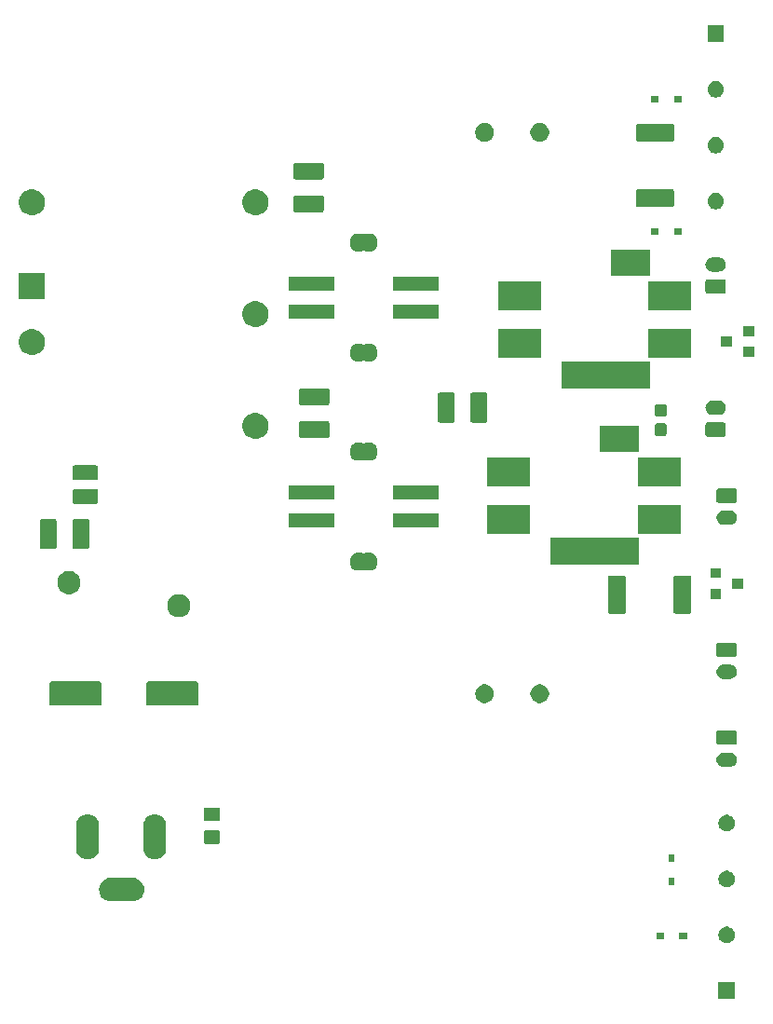
<source format=gts>
G04 #@! TF.GenerationSoftware,KiCad,Pcbnew,(5.1.5-0)*
G04 #@! TF.CreationDate,2021-01-10T16:54:22-07:00*
G04 #@! TF.ProjectId,power_cui,706f7765-725f-4637-9569-2e6b69636164,rev?*
G04 #@! TF.SameCoordinates,Original*
G04 #@! TF.FileFunction,Soldermask,Top*
G04 #@! TF.FilePolarity,Negative*
%FSLAX46Y46*%
G04 Gerber Fmt 4.6, Leading zero omitted, Abs format (unit mm)*
G04 Created by KiCad (PCBNEW (5.1.5-0)) date 2021-01-10 16:54:22*
%MOMM*%
%LPD*%
G04 APERTURE LIST*
%ADD10C,0.100000*%
G04 APERTURE END LIST*
D10*
G36*
X152751000Y-143751000D02*
G01*
X151249000Y-143751000D01*
X151249000Y-142249000D01*
X152751000Y-142249000D01*
X152751000Y-143751000D01*
G37*
G36*
X152219059Y-137197860D02*
G01*
X152355732Y-137254472D01*
X152478735Y-137336660D01*
X152583340Y-137441265D01*
X152665528Y-137564268D01*
X152722140Y-137700941D01*
X152751000Y-137846033D01*
X152751000Y-137993967D01*
X152722140Y-138139059D01*
X152665528Y-138275732D01*
X152583340Y-138398735D01*
X152478735Y-138503340D01*
X152355732Y-138585528D01*
X152355731Y-138585529D01*
X152355730Y-138585529D01*
X152219059Y-138642140D01*
X152073968Y-138671000D01*
X151926032Y-138671000D01*
X151780941Y-138642140D01*
X151644270Y-138585529D01*
X151644269Y-138585529D01*
X151644268Y-138585528D01*
X151521265Y-138503340D01*
X151416660Y-138398735D01*
X151334472Y-138275732D01*
X151277860Y-138139059D01*
X151249000Y-137993967D01*
X151249000Y-137846033D01*
X151277860Y-137700941D01*
X151334472Y-137564268D01*
X151416660Y-137441265D01*
X151521265Y-137336660D01*
X151644268Y-137254472D01*
X151780941Y-137197860D01*
X151926032Y-137169000D01*
X152073968Y-137169000D01*
X152219059Y-137197860D01*
G37*
G36*
X148401000Y-138276000D02*
G01*
X147699000Y-138276000D01*
X147699000Y-137724000D01*
X148401000Y-137724000D01*
X148401000Y-138276000D01*
G37*
G36*
X146301000Y-138276000D02*
G01*
X145599000Y-138276000D01*
X145599000Y-137724000D01*
X146301000Y-137724000D01*
X146301000Y-138276000D01*
G37*
G36*
X98103097Y-132754069D02*
G01*
X98206032Y-132764207D01*
X98404146Y-132824305D01*
X98404149Y-132824306D01*
X98500975Y-132876061D01*
X98586729Y-132921897D01*
X98746765Y-133053235D01*
X98878103Y-133213271D01*
X98923939Y-133299025D01*
X98975694Y-133395851D01*
X98975695Y-133395854D01*
X99035793Y-133593968D01*
X99056085Y-133800000D01*
X99035793Y-134006032D01*
X98975695Y-134204146D01*
X98975694Y-134204149D01*
X98923939Y-134300975D01*
X98878103Y-134386729D01*
X98746765Y-134546765D01*
X98586729Y-134678103D01*
X98500975Y-134723939D01*
X98404149Y-134775694D01*
X98404146Y-134775695D01*
X98206032Y-134835793D01*
X98103097Y-134845931D01*
X98051631Y-134851000D01*
X95948369Y-134851000D01*
X95896903Y-134845931D01*
X95793968Y-134835793D01*
X95595854Y-134775695D01*
X95595851Y-134775694D01*
X95499025Y-134723939D01*
X95413271Y-134678103D01*
X95253235Y-134546765D01*
X95121897Y-134386729D01*
X95076061Y-134300975D01*
X95024306Y-134204149D01*
X95024305Y-134204146D01*
X94964207Y-134006032D01*
X94943915Y-133800000D01*
X94964207Y-133593968D01*
X95024305Y-133395854D01*
X95024306Y-133395851D01*
X95076061Y-133299025D01*
X95121897Y-133213271D01*
X95253235Y-133053235D01*
X95413271Y-132921897D01*
X95499025Y-132876061D01*
X95595851Y-132824306D01*
X95595854Y-132824305D01*
X95793968Y-132764207D01*
X95896903Y-132754069D01*
X95948369Y-132749000D01*
X98051631Y-132749000D01*
X98103097Y-132754069D01*
G37*
G36*
X152219059Y-132117860D02*
G01*
X152355732Y-132174472D01*
X152478735Y-132256660D01*
X152583340Y-132361265D01*
X152665528Y-132484268D01*
X152722140Y-132620941D01*
X152751000Y-132766033D01*
X152751000Y-132913967D01*
X152722140Y-133059059D01*
X152665528Y-133195732D01*
X152583340Y-133318735D01*
X152478735Y-133423340D01*
X152355732Y-133505528D01*
X152355731Y-133505529D01*
X152355730Y-133505529D01*
X152219059Y-133562140D01*
X152073968Y-133591000D01*
X151926032Y-133591000D01*
X151780941Y-133562140D01*
X151644270Y-133505529D01*
X151644269Y-133505529D01*
X151644268Y-133505528D01*
X151521265Y-133423340D01*
X151416660Y-133318735D01*
X151334472Y-133195732D01*
X151277860Y-133059059D01*
X151249000Y-132913967D01*
X151249000Y-132766033D01*
X151277860Y-132620941D01*
X151334472Y-132484268D01*
X151416660Y-132361265D01*
X151521265Y-132256660D01*
X151644268Y-132174472D01*
X151780941Y-132117860D01*
X151926032Y-132089000D01*
X152073968Y-132089000D01*
X152219059Y-132117860D01*
G37*
G36*
X147276000Y-133401000D02*
G01*
X146724000Y-133401000D01*
X146724000Y-132699000D01*
X147276000Y-132699000D01*
X147276000Y-133401000D01*
G37*
G36*
X147276000Y-131301000D02*
G01*
X146724000Y-131301000D01*
X146724000Y-130599000D01*
X147276000Y-130599000D01*
X147276000Y-131301000D01*
G37*
G36*
X94106032Y-126964207D02*
G01*
X94304146Y-127024305D01*
X94304149Y-127024306D01*
X94400975Y-127076061D01*
X94486729Y-127121897D01*
X94646765Y-127253235D01*
X94778103Y-127413271D01*
X94788639Y-127432983D01*
X94875694Y-127595851D01*
X94875695Y-127595854D01*
X94935793Y-127793968D01*
X94951000Y-127948370D01*
X94951000Y-130051630D01*
X94935793Y-130206032D01*
X94875695Y-130404145D01*
X94875694Y-130404149D01*
X94823939Y-130500975D01*
X94778103Y-130586729D01*
X94646765Y-130746765D01*
X94486729Y-130878103D01*
X94370030Y-130940479D01*
X94304148Y-130975694D01*
X94304145Y-130975695D01*
X94106031Y-131035793D01*
X93900000Y-131056085D01*
X93693968Y-131035793D01*
X93495854Y-130975695D01*
X93495851Y-130975694D01*
X93399025Y-130923939D01*
X93313271Y-130878103D01*
X93153235Y-130746765D01*
X93021897Y-130586729D01*
X92924307Y-130404149D01*
X92924306Y-130404148D01*
X92924305Y-130404145D01*
X92864207Y-130206031D01*
X92849000Y-130051629D01*
X92849001Y-127948370D01*
X92864208Y-127793968D01*
X92924306Y-127595854D01*
X92924307Y-127595851D01*
X93011362Y-127432983D01*
X93021898Y-127413271D01*
X93153236Y-127253235D01*
X93313272Y-127121897D01*
X93399026Y-127076061D01*
X93495852Y-127024306D01*
X93495855Y-127024305D01*
X93693969Y-126964207D01*
X93900000Y-126943915D01*
X94106032Y-126964207D01*
G37*
G36*
X100206032Y-126964207D02*
G01*
X100404146Y-127024305D01*
X100404149Y-127024306D01*
X100500975Y-127076061D01*
X100586729Y-127121897D01*
X100746765Y-127253235D01*
X100878103Y-127413271D01*
X100888639Y-127432983D01*
X100975694Y-127595851D01*
X100975695Y-127595854D01*
X101035793Y-127793968D01*
X101051000Y-127948370D01*
X101051000Y-130051630D01*
X101035793Y-130206032D01*
X100975695Y-130404145D01*
X100975694Y-130404149D01*
X100923939Y-130500975D01*
X100878103Y-130586729D01*
X100746765Y-130746765D01*
X100586729Y-130878103D01*
X100470030Y-130940479D01*
X100404148Y-130975694D01*
X100404145Y-130975695D01*
X100206031Y-131035793D01*
X100000000Y-131056085D01*
X99793968Y-131035793D01*
X99595854Y-130975695D01*
X99595851Y-130975694D01*
X99499025Y-130923939D01*
X99413271Y-130878103D01*
X99253235Y-130746765D01*
X99121897Y-130586729D01*
X99024307Y-130404149D01*
X99024306Y-130404148D01*
X99024305Y-130404145D01*
X98964207Y-130206031D01*
X98949000Y-130051629D01*
X98949001Y-127948370D01*
X98964208Y-127793968D01*
X99024306Y-127595854D01*
X99024307Y-127595851D01*
X99111362Y-127432983D01*
X99121898Y-127413271D01*
X99253236Y-127253235D01*
X99413272Y-127121897D01*
X99499026Y-127076061D01*
X99595852Y-127024306D01*
X99595855Y-127024305D01*
X99793969Y-126964207D01*
X100000000Y-126943915D01*
X100206032Y-126964207D01*
G37*
G36*
X105788674Y-128403465D02*
G01*
X105826367Y-128414899D01*
X105861103Y-128433466D01*
X105891548Y-128458452D01*
X105916534Y-128488897D01*
X105935101Y-128523633D01*
X105946535Y-128561326D01*
X105951000Y-128606661D01*
X105951000Y-129443339D01*
X105946535Y-129488674D01*
X105935101Y-129526367D01*
X105916534Y-129561103D01*
X105891548Y-129591548D01*
X105861103Y-129616534D01*
X105826367Y-129635101D01*
X105788674Y-129646535D01*
X105743339Y-129651000D01*
X104656661Y-129651000D01*
X104611326Y-129646535D01*
X104573633Y-129635101D01*
X104538897Y-129616534D01*
X104508452Y-129591548D01*
X104483466Y-129561103D01*
X104464899Y-129526367D01*
X104453465Y-129488674D01*
X104449000Y-129443339D01*
X104449000Y-128606661D01*
X104453465Y-128561326D01*
X104464899Y-128523633D01*
X104483466Y-128488897D01*
X104508452Y-128458452D01*
X104538897Y-128433466D01*
X104573633Y-128414899D01*
X104611326Y-128403465D01*
X104656661Y-128399000D01*
X105743339Y-128399000D01*
X105788674Y-128403465D01*
G37*
G36*
X152219059Y-127037860D02*
G01*
X152355732Y-127094472D01*
X152478735Y-127176660D01*
X152583340Y-127281265D01*
X152583341Y-127281267D01*
X152665529Y-127404270D01*
X152722140Y-127540941D01*
X152751000Y-127686032D01*
X152751000Y-127833968D01*
X152728244Y-127948370D01*
X152722140Y-127979059D01*
X152665528Y-128115732D01*
X152583340Y-128238735D01*
X152478735Y-128343340D01*
X152355732Y-128425528D01*
X152355731Y-128425529D01*
X152355730Y-128425529D01*
X152219059Y-128482140D01*
X152073968Y-128511000D01*
X151926032Y-128511000D01*
X151780941Y-128482140D01*
X151644270Y-128425529D01*
X151644269Y-128425529D01*
X151644268Y-128425528D01*
X151521265Y-128343340D01*
X151416660Y-128238735D01*
X151334472Y-128115732D01*
X151277860Y-127979059D01*
X151271756Y-127948370D01*
X151249000Y-127833968D01*
X151249000Y-127686032D01*
X151277860Y-127540941D01*
X151334471Y-127404270D01*
X151416659Y-127281267D01*
X151416660Y-127281265D01*
X151521265Y-127176660D01*
X151644268Y-127094472D01*
X151780941Y-127037860D01*
X151926032Y-127009000D01*
X152073968Y-127009000D01*
X152219059Y-127037860D01*
G37*
G36*
X105788674Y-126353465D02*
G01*
X105826367Y-126364899D01*
X105861103Y-126383466D01*
X105891548Y-126408452D01*
X105916534Y-126438897D01*
X105935101Y-126473633D01*
X105946535Y-126511326D01*
X105951000Y-126556661D01*
X105951000Y-127393339D01*
X105946535Y-127438674D01*
X105935101Y-127476367D01*
X105916534Y-127511103D01*
X105891548Y-127541548D01*
X105861103Y-127566534D01*
X105826367Y-127585101D01*
X105788674Y-127596535D01*
X105743339Y-127601000D01*
X104656661Y-127601000D01*
X104611326Y-127596535D01*
X104573633Y-127585101D01*
X104538897Y-127566534D01*
X104508452Y-127541548D01*
X104483466Y-127511103D01*
X104464899Y-127476367D01*
X104453465Y-127438674D01*
X104449000Y-127393339D01*
X104449000Y-126556661D01*
X104453465Y-126511326D01*
X104464899Y-126473633D01*
X104483466Y-126438897D01*
X104508452Y-126408452D01*
X104538897Y-126383466D01*
X104573633Y-126364899D01*
X104611326Y-126353465D01*
X104656661Y-126349000D01*
X105743339Y-126349000D01*
X105788674Y-126353465D01*
G37*
G36*
X152338855Y-121352140D02*
G01*
X152402618Y-121358420D01*
X152493404Y-121385960D01*
X152525336Y-121395646D01*
X152638425Y-121456094D01*
X152737554Y-121537446D01*
X152818906Y-121636575D01*
X152879354Y-121749664D01*
X152879355Y-121749668D01*
X152916580Y-121872382D01*
X152929149Y-122000000D01*
X152916580Y-122127618D01*
X152889040Y-122218404D01*
X152879354Y-122250336D01*
X152818906Y-122363425D01*
X152737554Y-122462554D01*
X152638425Y-122543906D01*
X152525336Y-122604354D01*
X152493404Y-122614040D01*
X152402618Y-122641580D01*
X152338855Y-122647860D01*
X152306974Y-122651000D01*
X151693026Y-122651000D01*
X151661145Y-122647860D01*
X151597382Y-122641580D01*
X151506596Y-122614040D01*
X151474664Y-122604354D01*
X151361575Y-122543906D01*
X151262446Y-122462554D01*
X151181094Y-122363425D01*
X151120646Y-122250336D01*
X151110960Y-122218404D01*
X151083420Y-122127618D01*
X151070851Y-122000000D01*
X151083420Y-121872382D01*
X151120645Y-121749668D01*
X151120646Y-121749664D01*
X151181094Y-121636575D01*
X151262446Y-121537446D01*
X151361575Y-121456094D01*
X151474664Y-121395646D01*
X151506596Y-121385960D01*
X151597382Y-121358420D01*
X151661145Y-121352140D01*
X151693026Y-121349000D01*
X152306974Y-121349000D01*
X152338855Y-121352140D01*
G37*
G36*
X152766242Y-119353404D02*
G01*
X152803337Y-119364657D01*
X152837515Y-119382925D01*
X152867481Y-119407519D01*
X152892075Y-119437485D01*
X152910343Y-119471663D01*
X152921596Y-119508758D01*
X152926000Y-119553474D01*
X152926000Y-120446526D01*
X152921596Y-120491242D01*
X152910343Y-120528337D01*
X152892075Y-120562515D01*
X152867481Y-120592481D01*
X152837515Y-120617075D01*
X152803337Y-120635343D01*
X152766242Y-120646596D01*
X152721526Y-120651000D01*
X151278474Y-120651000D01*
X151233758Y-120646596D01*
X151196663Y-120635343D01*
X151162485Y-120617075D01*
X151132519Y-120592481D01*
X151107925Y-120562515D01*
X151089657Y-120528337D01*
X151078404Y-120491242D01*
X151074000Y-120446526D01*
X151074000Y-119553474D01*
X151078404Y-119508758D01*
X151089657Y-119471663D01*
X151107925Y-119437485D01*
X151132519Y-119407519D01*
X151162485Y-119382925D01*
X151196663Y-119364657D01*
X151233758Y-119353404D01*
X151278474Y-119349000D01*
X152721526Y-119349000D01*
X152766242Y-119353404D01*
G37*
G36*
X103816536Y-114902800D02*
G01*
X103847738Y-114912265D01*
X103876486Y-114927631D01*
X103901687Y-114948313D01*
X103922369Y-114973514D01*
X103937735Y-115002262D01*
X103947200Y-115033464D01*
X103951000Y-115072046D01*
X103951000Y-116927954D01*
X103947200Y-116966536D01*
X103937735Y-116997738D01*
X103922369Y-117026486D01*
X103901687Y-117051687D01*
X103876486Y-117072369D01*
X103847738Y-117087735D01*
X103816536Y-117097200D01*
X103777954Y-117101000D01*
X99422046Y-117101000D01*
X99383464Y-117097200D01*
X99352262Y-117087735D01*
X99323514Y-117072369D01*
X99298313Y-117051687D01*
X99277631Y-117026486D01*
X99262265Y-116997738D01*
X99252800Y-116966536D01*
X99249000Y-116927954D01*
X99249000Y-115072046D01*
X99252800Y-115033464D01*
X99262265Y-115002262D01*
X99277631Y-114973514D01*
X99298313Y-114948313D01*
X99323514Y-114927631D01*
X99352262Y-114912265D01*
X99383464Y-114902800D01*
X99422046Y-114899000D01*
X103777954Y-114899000D01*
X103816536Y-114902800D01*
G37*
G36*
X95016536Y-114902800D02*
G01*
X95047738Y-114912265D01*
X95076486Y-114927631D01*
X95101687Y-114948313D01*
X95122369Y-114973514D01*
X95137735Y-115002262D01*
X95147200Y-115033464D01*
X95151000Y-115072046D01*
X95151000Y-116927954D01*
X95147200Y-116966536D01*
X95137735Y-116997738D01*
X95122369Y-117026486D01*
X95101687Y-117051687D01*
X95076486Y-117072369D01*
X95047738Y-117087735D01*
X95016536Y-117097200D01*
X94977954Y-117101000D01*
X90622046Y-117101000D01*
X90583464Y-117097200D01*
X90552262Y-117087735D01*
X90523514Y-117072369D01*
X90498313Y-117051687D01*
X90477631Y-117026486D01*
X90462265Y-116997738D01*
X90452800Y-116966536D01*
X90449000Y-116927954D01*
X90449000Y-115072046D01*
X90452800Y-115033464D01*
X90462265Y-115002262D01*
X90477631Y-114973514D01*
X90498313Y-114948313D01*
X90523514Y-114927631D01*
X90552262Y-114912265D01*
X90583464Y-114902800D01*
X90622046Y-114899000D01*
X94977954Y-114899000D01*
X95016536Y-114902800D01*
G37*
G36*
X130248228Y-115181703D02*
G01*
X130403100Y-115245853D01*
X130542481Y-115338985D01*
X130661015Y-115457519D01*
X130754147Y-115596900D01*
X130818297Y-115751772D01*
X130851000Y-115916184D01*
X130851000Y-116083816D01*
X130818297Y-116248228D01*
X130754147Y-116403100D01*
X130661015Y-116542481D01*
X130542481Y-116661015D01*
X130403100Y-116754147D01*
X130248228Y-116818297D01*
X130083816Y-116851000D01*
X129916184Y-116851000D01*
X129751772Y-116818297D01*
X129596900Y-116754147D01*
X129457519Y-116661015D01*
X129338985Y-116542481D01*
X129245853Y-116403100D01*
X129181703Y-116248228D01*
X129149000Y-116083816D01*
X129149000Y-115916184D01*
X129181703Y-115751772D01*
X129245853Y-115596900D01*
X129338985Y-115457519D01*
X129457519Y-115338985D01*
X129596900Y-115245853D01*
X129751772Y-115181703D01*
X129916184Y-115149000D01*
X130083816Y-115149000D01*
X130248228Y-115181703D01*
G37*
G36*
X135248228Y-115181703D02*
G01*
X135403100Y-115245853D01*
X135542481Y-115338985D01*
X135661015Y-115457519D01*
X135754147Y-115596900D01*
X135818297Y-115751772D01*
X135851000Y-115916184D01*
X135851000Y-116083816D01*
X135818297Y-116248228D01*
X135754147Y-116403100D01*
X135661015Y-116542481D01*
X135542481Y-116661015D01*
X135403100Y-116754147D01*
X135248228Y-116818297D01*
X135083816Y-116851000D01*
X134916184Y-116851000D01*
X134751772Y-116818297D01*
X134596900Y-116754147D01*
X134457519Y-116661015D01*
X134338985Y-116542481D01*
X134245853Y-116403100D01*
X134181703Y-116248228D01*
X134149000Y-116083816D01*
X134149000Y-115916184D01*
X134181703Y-115751772D01*
X134245853Y-115596900D01*
X134338985Y-115457519D01*
X134457519Y-115338985D01*
X134596900Y-115245853D01*
X134751772Y-115181703D01*
X134916184Y-115149000D01*
X135083816Y-115149000D01*
X135248228Y-115181703D01*
G37*
G36*
X152338855Y-113352140D02*
G01*
X152402618Y-113358420D01*
X152493404Y-113385960D01*
X152525336Y-113395646D01*
X152638425Y-113456094D01*
X152737554Y-113537446D01*
X152818906Y-113636575D01*
X152879354Y-113749664D01*
X152879355Y-113749668D01*
X152916580Y-113872382D01*
X152929149Y-114000000D01*
X152916580Y-114127618D01*
X152889040Y-114218404D01*
X152879354Y-114250336D01*
X152818906Y-114363425D01*
X152737554Y-114462554D01*
X152638425Y-114543906D01*
X152525336Y-114604354D01*
X152493404Y-114614040D01*
X152402618Y-114641580D01*
X152338855Y-114647860D01*
X152306974Y-114651000D01*
X151693026Y-114651000D01*
X151661145Y-114647860D01*
X151597382Y-114641580D01*
X151506596Y-114614040D01*
X151474664Y-114604354D01*
X151361575Y-114543906D01*
X151262446Y-114462554D01*
X151181094Y-114363425D01*
X151120646Y-114250336D01*
X151110960Y-114218404D01*
X151083420Y-114127618D01*
X151070851Y-114000000D01*
X151083420Y-113872382D01*
X151120645Y-113749668D01*
X151120646Y-113749664D01*
X151181094Y-113636575D01*
X151262446Y-113537446D01*
X151361575Y-113456094D01*
X151474664Y-113395646D01*
X151506596Y-113385960D01*
X151597382Y-113358420D01*
X151661145Y-113352140D01*
X151693026Y-113349000D01*
X152306974Y-113349000D01*
X152338855Y-113352140D01*
G37*
G36*
X152766242Y-111353404D02*
G01*
X152803337Y-111364657D01*
X152837515Y-111382925D01*
X152867481Y-111407519D01*
X152892075Y-111437485D01*
X152910343Y-111471663D01*
X152921596Y-111508758D01*
X152926000Y-111553474D01*
X152926000Y-112446526D01*
X152921596Y-112491242D01*
X152910343Y-112528337D01*
X152892075Y-112562515D01*
X152867481Y-112592481D01*
X152837515Y-112617075D01*
X152803337Y-112635343D01*
X152766242Y-112646596D01*
X152721526Y-112651000D01*
X151278474Y-112651000D01*
X151233758Y-112646596D01*
X151196663Y-112635343D01*
X151162485Y-112617075D01*
X151132519Y-112592481D01*
X151107925Y-112562515D01*
X151089657Y-112528337D01*
X151078404Y-112491242D01*
X151074000Y-112446526D01*
X151074000Y-111553474D01*
X151078404Y-111508758D01*
X151089657Y-111471663D01*
X151107925Y-111437485D01*
X151132519Y-111407519D01*
X151162485Y-111382925D01*
X151196663Y-111364657D01*
X151233758Y-111353404D01*
X151278474Y-111349000D01*
X152721526Y-111349000D01*
X152766242Y-111353404D01*
G37*
G36*
X102506564Y-106989389D02*
G01*
X102697833Y-107068615D01*
X102697835Y-107068616D01*
X102869973Y-107183635D01*
X103016365Y-107330027D01*
X103131385Y-107502167D01*
X103210611Y-107693436D01*
X103251000Y-107896484D01*
X103251000Y-108103516D01*
X103210611Y-108306564D01*
X103147354Y-108459280D01*
X103131384Y-108497835D01*
X103016365Y-108669973D01*
X102869973Y-108816365D01*
X102697835Y-108931384D01*
X102697834Y-108931385D01*
X102697833Y-108931385D01*
X102506564Y-109010611D01*
X102303516Y-109051000D01*
X102096484Y-109051000D01*
X101893436Y-109010611D01*
X101702167Y-108931385D01*
X101702166Y-108931385D01*
X101702165Y-108931384D01*
X101530027Y-108816365D01*
X101383635Y-108669973D01*
X101268616Y-108497835D01*
X101252646Y-108459280D01*
X101189389Y-108306564D01*
X101149000Y-108103516D01*
X101149000Y-107896484D01*
X101189389Y-107693436D01*
X101268615Y-107502167D01*
X101383635Y-107330027D01*
X101530027Y-107183635D01*
X101702165Y-107068616D01*
X101702167Y-107068615D01*
X101893436Y-106989389D01*
X102096484Y-106949000D01*
X102303516Y-106949000D01*
X102506564Y-106989389D01*
G37*
G36*
X148653820Y-105278103D02*
G01*
X148687985Y-105288467D01*
X148719464Y-105305293D01*
X148747060Y-105327940D01*
X148769707Y-105355536D01*
X148786533Y-105387015D01*
X148796897Y-105421180D01*
X148801000Y-105462842D01*
X148801000Y-108537158D01*
X148796897Y-108578820D01*
X148786533Y-108612985D01*
X148769707Y-108644464D01*
X148747060Y-108672060D01*
X148719464Y-108694707D01*
X148687985Y-108711533D01*
X148653820Y-108721897D01*
X148612158Y-108726000D01*
X147362842Y-108726000D01*
X147321180Y-108721897D01*
X147287015Y-108711533D01*
X147255536Y-108694707D01*
X147227940Y-108672060D01*
X147205293Y-108644464D01*
X147188467Y-108612985D01*
X147178103Y-108578820D01*
X147174000Y-108537158D01*
X147174000Y-105462842D01*
X147178103Y-105421180D01*
X147188467Y-105387015D01*
X147205293Y-105355536D01*
X147227940Y-105327940D01*
X147255536Y-105305293D01*
X147287015Y-105288467D01*
X147321180Y-105278103D01*
X147362842Y-105274000D01*
X148612158Y-105274000D01*
X148653820Y-105278103D01*
G37*
G36*
X142678820Y-105278103D02*
G01*
X142712985Y-105288467D01*
X142744464Y-105305293D01*
X142772060Y-105327940D01*
X142794707Y-105355536D01*
X142811533Y-105387015D01*
X142821897Y-105421180D01*
X142826000Y-105462842D01*
X142826000Y-108537158D01*
X142821897Y-108578820D01*
X142811533Y-108612985D01*
X142794707Y-108644464D01*
X142772060Y-108672060D01*
X142744464Y-108694707D01*
X142712985Y-108711533D01*
X142678820Y-108721897D01*
X142637158Y-108726000D01*
X141387842Y-108726000D01*
X141346180Y-108721897D01*
X141312015Y-108711533D01*
X141280536Y-108694707D01*
X141252940Y-108672060D01*
X141230293Y-108644464D01*
X141213467Y-108612985D01*
X141203103Y-108578820D01*
X141199000Y-108537158D01*
X141199000Y-105462842D01*
X141203103Y-105421180D01*
X141213467Y-105387015D01*
X141230293Y-105355536D01*
X141252940Y-105327940D01*
X141280536Y-105305293D01*
X141312015Y-105288467D01*
X141346180Y-105278103D01*
X141387842Y-105274000D01*
X142637158Y-105274000D01*
X142678820Y-105278103D01*
G37*
G36*
X151501000Y-107401000D02*
G01*
X150499000Y-107401000D01*
X150499000Y-106499000D01*
X151501000Y-106499000D01*
X151501000Y-107401000D01*
G37*
G36*
X92506564Y-104889389D02*
G01*
X92697833Y-104968615D01*
X92697835Y-104968616D01*
X92869973Y-105083635D01*
X93016365Y-105230027D01*
X93131385Y-105402167D01*
X93210611Y-105593436D01*
X93251000Y-105796484D01*
X93251000Y-106003516D01*
X93210611Y-106206564D01*
X93131385Y-106397833D01*
X93131384Y-106397835D01*
X93016365Y-106569973D01*
X92869973Y-106716365D01*
X92697835Y-106831384D01*
X92697834Y-106831385D01*
X92697833Y-106831385D01*
X92506564Y-106910611D01*
X92303516Y-106951000D01*
X92096484Y-106951000D01*
X91893436Y-106910611D01*
X91702167Y-106831385D01*
X91702166Y-106831385D01*
X91702165Y-106831384D01*
X91530027Y-106716365D01*
X91383635Y-106569973D01*
X91268616Y-106397835D01*
X91268615Y-106397833D01*
X91189389Y-106206564D01*
X91149000Y-106003516D01*
X91149000Y-105796484D01*
X91189389Y-105593436D01*
X91268615Y-105402167D01*
X91383635Y-105230027D01*
X91530027Y-105083635D01*
X91702165Y-104968616D01*
X91702167Y-104968615D01*
X91893436Y-104889389D01*
X92096484Y-104849000D01*
X92303516Y-104849000D01*
X92506564Y-104889389D01*
G37*
G36*
X153501000Y-106451000D02*
G01*
X152499000Y-106451000D01*
X152499000Y-105549000D01*
X153501000Y-105549000D01*
X153501000Y-106451000D01*
G37*
G36*
X151501000Y-105501000D02*
G01*
X150499000Y-105501000D01*
X150499000Y-104599000D01*
X151501000Y-104599000D01*
X151501000Y-105501000D01*
G37*
G36*
X118859999Y-103199737D02*
G01*
X118869608Y-103202652D01*
X118878472Y-103207390D01*
X118886237Y-103213763D01*
X118896448Y-103226206D01*
X118903378Y-103236575D01*
X118920705Y-103253902D01*
X118941080Y-103267515D01*
X118963720Y-103276891D01*
X118987753Y-103281671D01*
X119012257Y-103281670D01*
X119036290Y-103276888D01*
X119058929Y-103267510D01*
X119079302Y-103253895D01*
X119096629Y-103236568D01*
X119103558Y-103226198D01*
X119113763Y-103213763D01*
X119121528Y-103207390D01*
X119130392Y-103202652D01*
X119140001Y-103199737D01*
X119156140Y-103198148D01*
X119643861Y-103198148D01*
X119662199Y-103199954D01*
X119674450Y-103200556D01*
X119692869Y-103200556D01*
X119715149Y-103202750D01*
X119799233Y-103219476D01*
X119820660Y-103225976D01*
X119899858Y-103258780D01*
X119905303Y-103261691D01*
X119905309Y-103261693D01*
X119914169Y-103266429D01*
X119914173Y-103266432D01*
X119919614Y-103269340D01*
X119990899Y-103316971D01*
X120008204Y-103331172D01*
X120068828Y-103391796D01*
X120083029Y-103409101D01*
X120130660Y-103480386D01*
X120133568Y-103485827D01*
X120133571Y-103485831D01*
X120138307Y-103494691D01*
X120138309Y-103494697D01*
X120141220Y-103500142D01*
X120174024Y-103579340D01*
X120180524Y-103600767D01*
X120197250Y-103684851D01*
X120199444Y-103707131D01*
X120199444Y-103725550D01*
X120200046Y-103737801D01*
X120201852Y-103756139D01*
X120201852Y-104243862D01*
X120200046Y-104262199D01*
X120199444Y-104274450D01*
X120199444Y-104292869D01*
X120197250Y-104315149D01*
X120180524Y-104399233D01*
X120174024Y-104420660D01*
X120141220Y-104499858D01*
X120138309Y-104505303D01*
X120138307Y-104505309D01*
X120133571Y-104514169D01*
X120133568Y-104514173D01*
X120130660Y-104519614D01*
X120083029Y-104590899D01*
X120068828Y-104608204D01*
X120008204Y-104668828D01*
X119990899Y-104683029D01*
X119919614Y-104730660D01*
X119914173Y-104733568D01*
X119914169Y-104733571D01*
X119905309Y-104738307D01*
X119905303Y-104738309D01*
X119899858Y-104741220D01*
X119820660Y-104774024D01*
X119799233Y-104780524D01*
X119715149Y-104797250D01*
X119692869Y-104799444D01*
X119674450Y-104799444D01*
X119662199Y-104800046D01*
X119643862Y-104801852D01*
X119156140Y-104801852D01*
X119140001Y-104800263D01*
X119130392Y-104797348D01*
X119121528Y-104792610D01*
X119113763Y-104786237D01*
X119103552Y-104773794D01*
X119096622Y-104763425D01*
X119079295Y-104746098D01*
X119058920Y-104732485D01*
X119036280Y-104723109D01*
X119012247Y-104718329D01*
X118987743Y-104718330D01*
X118963710Y-104723112D01*
X118941071Y-104732490D01*
X118920698Y-104746105D01*
X118903371Y-104763432D01*
X118896442Y-104773802D01*
X118886237Y-104786237D01*
X118878472Y-104792610D01*
X118869608Y-104797348D01*
X118859999Y-104800263D01*
X118843860Y-104801852D01*
X118356138Y-104801852D01*
X118337801Y-104800046D01*
X118325550Y-104799444D01*
X118307131Y-104799444D01*
X118284851Y-104797250D01*
X118200767Y-104780524D01*
X118179340Y-104774024D01*
X118100142Y-104741220D01*
X118094697Y-104738309D01*
X118094691Y-104738307D01*
X118085831Y-104733571D01*
X118085827Y-104733568D01*
X118080386Y-104730660D01*
X118009101Y-104683029D01*
X117991796Y-104668828D01*
X117931172Y-104608204D01*
X117916971Y-104590899D01*
X117869340Y-104519614D01*
X117866432Y-104514173D01*
X117866429Y-104514169D01*
X117861693Y-104505309D01*
X117861691Y-104505303D01*
X117858780Y-104499858D01*
X117825976Y-104420660D01*
X117819476Y-104399233D01*
X117802750Y-104315149D01*
X117800556Y-104292869D01*
X117800556Y-104274450D01*
X117799954Y-104262199D01*
X117798148Y-104243862D01*
X117798148Y-103756139D01*
X117799954Y-103737801D01*
X117800556Y-103725550D01*
X117800556Y-103707131D01*
X117802750Y-103684851D01*
X117819476Y-103600767D01*
X117825976Y-103579340D01*
X117858780Y-103500142D01*
X117861691Y-103494697D01*
X117861693Y-103494691D01*
X117866429Y-103485831D01*
X117866432Y-103485827D01*
X117869340Y-103480386D01*
X117916971Y-103409101D01*
X117931172Y-103391796D01*
X117991796Y-103331172D01*
X118009101Y-103316971D01*
X118080386Y-103269340D01*
X118085827Y-103266432D01*
X118085831Y-103266429D01*
X118094691Y-103261693D01*
X118094697Y-103261691D01*
X118100142Y-103258780D01*
X118179340Y-103225976D01*
X118200767Y-103219476D01*
X118284851Y-103202750D01*
X118307131Y-103200556D01*
X118325550Y-103200556D01*
X118337801Y-103199954D01*
X118356139Y-103198148D01*
X118843860Y-103198148D01*
X118859999Y-103199737D01*
G37*
G36*
X144001000Y-104251000D02*
G01*
X135999000Y-104251000D01*
X135999000Y-101849000D01*
X144001000Y-101849000D01*
X144001000Y-104251000D01*
G37*
G36*
X90925562Y-100128181D02*
G01*
X90960481Y-100138774D01*
X90992663Y-100155976D01*
X91020873Y-100179127D01*
X91044024Y-100207337D01*
X91061226Y-100239519D01*
X91071819Y-100274438D01*
X91076000Y-100316895D01*
X91076000Y-102683105D01*
X91071819Y-102725562D01*
X91061226Y-102760481D01*
X91044024Y-102792663D01*
X91020873Y-102820873D01*
X90992663Y-102844024D01*
X90960481Y-102861226D01*
X90925562Y-102871819D01*
X90883105Y-102876000D01*
X89741895Y-102876000D01*
X89699438Y-102871819D01*
X89664519Y-102861226D01*
X89632337Y-102844024D01*
X89604127Y-102820873D01*
X89580976Y-102792663D01*
X89563774Y-102760481D01*
X89553181Y-102725562D01*
X89549000Y-102683105D01*
X89549000Y-100316895D01*
X89553181Y-100274438D01*
X89563774Y-100239519D01*
X89580976Y-100207337D01*
X89604127Y-100179127D01*
X89632337Y-100155976D01*
X89664519Y-100138774D01*
X89699438Y-100128181D01*
X89741895Y-100124000D01*
X90883105Y-100124000D01*
X90925562Y-100128181D01*
G37*
G36*
X93900562Y-100128181D02*
G01*
X93935481Y-100138774D01*
X93967663Y-100155976D01*
X93995873Y-100179127D01*
X94019024Y-100207337D01*
X94036226Y-100239519D01*
X94046819Y-100274438D01*
X94051000Y-100316895D01*
X94051000Y-102683105D01*
X94046819Y-102725562D01*
X94036226Y-102760481D01*
X94019024Y-102792663D01*
X93995873Y-102820873D01*
X93967663Y-102844024D01*
X93935481Y-102861226D01*
X93900562Y-102871819D01*
X93858105Y-102876000D01*
X92716895Y-102876000D01*
X92674438Y-102871819D01*
X92639519Y-102861226D01*
X92607337Y-102844024D01*
X92579127Y-102820873D01*
X92555976Y-102792663D01*
X92538774Y-102760481D01*
X92528181Y-102725562D01*
X92524000Y-102683105D01*
X92524000Y-100316895D01*
X92528181Y-100274438D01*
X92538774Y-100239519D01*
X92555976Y-100207337D01*
X92579127Y-100179127D01*
X92607337Y-100155976D01*
X92639519Y-100138774D01*
X92674438Y-100128181D01*
X92716895Y-100124000D01*
X93858105Y-100124000D01*
X93900562Y-100128181D01*
G37*
G36*
X134101000Y-101451000D02*
G01*
X130199000Y-101451000D01*
X130199000Y-98849000D01*
X134101000Y-98849000D01*
X134101000Y-101451000D01*
G37*
G36*
X147801000Y-101451000D02*
G01*
X143899000Y-101451000D01*
X143899000Y-98849000D01*
X147801000Y-98849000D01*
X147801000Y-101451000D01*
G37*
G36*
X125801000Y-100921000D02*
G01*
X121699000Y-100921000D01*
X121699000Y-99619000D01*
X125801000Y-99619000D01*
X125801000Y-100921000D01*
G37*
G36*
X116301000Y-100921000D02*
G01*
X112199000Y-100921000D01*
X112199000Y-99619000D01*
X116301000Y-99619000D01*
X116301000Y-100921000D01*
G37*
G36*
X152338855Y-99352140D02*
G01*
X152402618Y-99358420D01*
X152493404Y-99385960D01*
X152525336Y-99395646D01*
X152638425Y-99456094D01*
X152737554Y-99537446D01*
X152818906Y-99636575D01*
X152879354Y-99749664D01*
X152879355Y-99749668D01*
X152916580Y-99872382D01*
X152929149Y-100000000D01*
X152916580Y-100127618D01*
X152903982Y-100169148D01*
X152879354Y-100250336D01*
X152818906Y-100363425D01*
X152737554Y-100462554D01*
X152638425Y-100543906D01*
X152525336Y-100604354D01*
X152493404Y-100614040D01*
X152402618Y-100641580D01*
X152338855Y-100647860D01*
X152306974Y-100651000D01*
X151693026Y-100651000D01*
X151661145Y-100647860D01*
X151597382Y-100641580D01*
X151506596Y-100614040D01*
X151474664Y-100604354D01*
X151361575Y-100543906D01*
X151262446Y-100462554D01*
X151181094Y-100363425D01*
X151120646Y-100250336D01*
X151096018Y-100169148D01*
X151083420Y-100127618D01*
X151070851Y-100000000D01*
X151083420Y-99872382D01*
X151120645Y-99749668D01*
X151120646Y-99749664D01*
X151181094Y-99636575D01*
X151262446Y-99537446D01*
X151361575Y-99456094D01*
X151474664Y-99395646D01*
X151506596Y-99385960D01*
X151597382Y-99358420D01*
X151661145Y-99352140D01*
X151693026Y-99349000D01*
X152306974Y-99349000D01*
X152338855Y-99352140D01*
G37*
G36*
X94693604Y-97403347D02*
G01*
X94730144Y-97414432D01*
X94763821Y-97432433D01*
X94793341Y-97456659D01*
X94817567Y-97486179D01*
X94835568Y-97519856D01*
X94846653Y-97556396D01*
X94851000Y-97600538D01*
X94851000Y-98549462D01*
X94846653Y-98593604D01*
X94835568Y-98630144D01*
X94817567Y-98663821D01*
X94793341Y-98693341D01*
X94763821Y-98717567D01*
X94730144Y-98735568D01*
X94693604Y-98746653D01*
X94649462Y-98751000D01*
X92750538Y-98751000D01*
X92706396Y-98746653D01*
X92669856Y-98735568D01*
X92636179Y-98717567D01*
X92606659Y-98693341D01*
X92582433Y-98663821D01*
X92564432Y-98630144D01*
X92553347Y-98593604D01*
X92549000Y-98549462D01*
X92549000Y-97600538D01*
X92553347Y-97556396D01*
X92564432Y-97519856D01*
X92582433Y-97486179D01*
X92606659Y-97456659D01*
X92636179Y-97432433D01*
X92669856Y-97414432D01*
X92706396Y-97403347D01*
X92750538Y-97399000D01*
X94649462Y-97399000D01*
X94693604Y-97403347D01*
G37*
G36*
X152766242Y-97353404D02*
G01*
X152803337Y-97364657D01*
X152837515Y-97382925D01*
X152867481Y-97407519D01*
X152892075Y-97437485D01*
X152910343Y-97471663D01*
X152921596Y-97508758D01*
X152926000Y-97553474D01*
X152926000Y-98446526D01*
X152921596Y-98491242D01*
X152910343Y-98528337D01*
X152892075Y-98562515D01*
X152867481Y-98592481D01*
X152837515Y-98617075D01*
X152803337Y-98635343D01*
X152766242Y-98646596D01*
X152721526Y-98651000D01*
X151278474Y-98651000D01*
X151233758Y-98646596D01*
X151196663Y-98635343D01*
X151162485Y-98617075D01*
X151132519Y-98592481D01*
X151107925Y-98562515D01*
X151089657Y-98528337D01*
X151078404Y-98491242D01*
X151074000Y-98446526D01*
X151074000Y-97553474D01*
X151078404Y-97508758D01*
X151089657Y-97471663D01*
X151107925Y-97437485D01*
X151132519Y-97407519D01*
X151162485Y-97382925D01*
X151196663Y-97364657D01*
X151233758Y-97353404D01*
X151278474Y-97349000D01*
X152721526Y-97349000D01*
X152766242Y-97353404D01*
G37*
G36*
X125801000Y-98381000D02*
G01*
X121699000Y-98381000D01*
X121699000Y-97079000D01*
X125801000Y-97079000D01*
X125801000Y-98381000D01*
G37*
G36*
X116301000Y-98381000D02*
G01*
X112199000Y-98381000D01*
X112199000Y-97079000D01*
X116301000Y-97079000D01*
X116301000Y-98381000D01*
G37*
G36*
X134101000Y-97151000D02*
G01*
X130199000Y-97151000D01*
X130199000Y-94549000D01*
X134101000Y-94549000D01*
X134101000Y-97151000D01*
G37*
G36*
X147801000Y-97151000D02*
G01*
X143899000Y-97151000D01*
X143899000Y-94549000D01*
X147801000Y-94549000D01*
X147801000Y-97151000D01*
G37*
G36*
X94693604Y-95253347D02*
G01*
X94730144Y-95264432D01*
X94763821Y-95282433D01*
X94793341Y-95306659D01*
X94817567Y-95336179D01*
X94835568Y-95369856D01*
X94846653Y-95406396D01*
X94851000Y-95450538D01*
X94851000Y-96399462D01*
X94846653Y-96443604D01*
X94835568Y-96480144D01*
X94817567Y-96513821D01*
X94793341Y-96543341D01*
X94763821Y-96567567D01*
X94730144Y-96585568D01*
X94693604Y-96596653D01*
X94649462Y-96601000D01*
X92750538Y-96601000D01*
X92706396Y-96596653D01*
X92669856Y-96585568D01*
X92636179Y-96567567D01*
X92606659Y-96543341D01*
X92582433Y-96513821D01*
X92564432Y-96480144D01*
X92553347Y-96443604D01*
X92549000Y-96399462D01*
X92549000Y-95450538D01*
X92553347Y-95406396D01*
X92564432Y-95369856D01*
X92582433Y-95336179D01*
X92606659Y-95306659D01*
X92636179Y-95282433D01*
X92669856Y-95264432D01*
X92706396Y-95253347D01*
X92750538Y-95249000D01*
X94649462Y-95249000D01*
X94693604Y-95253347D01*
G37*
G36*
X118859999Y-93199737D02*
G01*
X118869608Y-93202652D01*
X118878472Y-93207390D01*
X118886237Y-93213763D01*
X118896448Y-93226206D01*
X118903378Y-93236575D01*
X118920705Y-93253902D01*
X118941080Y-93267515D01*
X118963720Y-93276891D01*
X118987753Y-93281671D01*
X119012257Y-93281670D01*
X119036290Y-93276888D01*
X119058929Y-93267510D01*
X119079302Y-93253895D01*
X119096629Y-93236568D01*
X119103558Y-93226198D01*
X119113763Y-93213763D01*
X119121528Y-93207390D01*
X119130392Y-93202652D01*
X119140001Y-93199737D01*
X119156140Y-93198148D01*
X119643861Y-93198148D01*
X119662199Y-93199954D01*
X119674450Y-93200556D01*
X119692869Y-93200556D01*
X119715149Y-93202750D01*
X119799233Y-93219476D01*
X119820660Y-93225976D01*
X119899858Y-93258780D01*
X119905303Y-93261691D01*
X119905309Y-93261693D01*
X119914169Y-93266429D01*
X119914173Y-93266432D01*
X119919614Y-93269340D01*
X119990899Y-93316971D01*
X120008204Y-93331172D01*
X120068828Y-93391796D01*
X120083029Y-93409101D01*
X120130660Y-93480386D01*
X120133568Y-93485827D01*
X120133571Y-93485831D01*
X120138307Y-93494691D01*
X120138309Y-93494697D01*
X120141220Y-93500142D01*
X120174024Y-93579340D01*
X120180524Y-93600767D01*
X120197250Y-93684851D01*
X120199444Y-93707131D01*
X120199444Y-93725550D01*
X120200046Y-93737801D01*
X120201852Y-93756139D01*
X120201852Y-94243862D01*
X120200046Y-94262199D01*
X120199444Y-94274450D01*
X120199444Y-94292869D01*
X120197250Y-94315149D01*
X120180524Y-94399233D01*
X120174024Y-94420660D01*
X120141220Y-94499858D01*
X120138309Y-94505303D01*
X120138307Y-94505309D01*
X120133571Y-94514169D01*
X120133568Y-94514173D01*
X120130660Y-94519614D01*
X120083029Y-94590899D01*
X120068828Y-94608204D01*
X120008204Y-94668828D01*
X119990899Y-94683029D01*
X119919614Y-94730660D01*
X119914173Y-94733568D01*
X119914169Y-94733571D01*
X119905309Y-94738307D01*
X119905303Y-94738309D01*
X119899858Y-94741220D01*
X119820660Y-94774024D01*
X119799233Y-94780524D01*
X119715149Y-94797250D01*
X119692869Y-94799444D01*
X119674450Y-94799444D01*
X119662199Y-94800046D01*
X119643862Y-94801852D01*
X119156140Y-94801852D01*
X119140001Y-94800263D01*
X119130392Y-94797348D01*
X119121528Y-94792610D01*
X119113763Y-94786237D01*
X119103552Y-94773794D01*
X119096622Y-94763425D01*
X119079295Y-94746098D01*
X119058920Y-94732485D01*
X119036280Y-94723109D01*
X119012247Y-94718329D01*
X118987743Y-94718330D01*
X118963710Y-94723112D01*
X118941071Y-94732490D01*
X118920698Y-94746105D01*
X118903371Y-94763432D01*
X118896442Y-94773802D01*
X118886237Y-94786237D01*
X118878472Y-94792610D01*
X118869608Y-94797348D01*
X118859999Y-94800263D01*
X118843860Y-94801852D01*
X118356138Y-94801852D01*
X118337801Y-94800046D01*
X118325550Y-94799444D01*
X118307131Y-94799444D01*
X118284851Y-94797250D01*
X118200767Y-94780524D01*
X118179340Y-94774024D01*
X118100142Y-94741220D01*
X118094697Y-94738309D01*
X118094691Y-94738307D01*
X118085831Y-94733571D01*
X118085827Y-94733568D01*
X118080386Y-94730660D01*
X118009101Y-94683029D01*
X117991796Y-94668828D01*
X117931172Y-94608204D01*
X117916971Y-94590899D01*
X117869340Y-94519614D01*
X117866432Y-94514173D01*
X117866429Y-94514169D01*
X117861693Y-94505309D01*
X117861691Y-94505303D01*
X117858780Y-94499858D01*
X117825976Y-94420660D01*
X117819476Y-94399233D01*
X117802750Y-94315149D01*
X117800556Y-94292869D01*
X117800556Y-94274450D01*
X117799954Y-94262199D01*
X117798148Y-94243862D01*
X117798148Y-93756139D01*
X117799954Y-93737801D01*
X117800556Y-93725550D01*
X117800556Y-93707131D01*
X117802750Y-93684851D01*
X117819476Y-93600767D01*
X117825976Y-93579340D01*
X117858780Y-93500142D01*
X117861691Y-93494697D01*
X117861693Y-93494691D01*
X117866429Y-93485831D01*
X117866432Y-93485827D01*
X117869340Y-93480386D01*
X117916971Y-93409101D01*
X117931172Y-93391796D01*
X117991796Y-93331172D01*
X118009101Y-93316971D01*
X118080386Y-93269340D01*
X118085827Y-93266432D01*
X118085831Y-93266429D01*
X118094691Y-93261693D01*
X118094697Y-93261691D01*
X118100142Y-93258780D01*
X118179340Y-93225976D01*
X118200767Y-93219476D01*
X118284851Y-93202750D01*
X118307131Y-93200556D01*
X118325550Y-93200556D01*
X118337801Y-93199954D01*
X118356139Y-93198148D01*
X118843860Y-93198148D01*
X118859999Y-93199737D01*
G37*
G36*
X144001000Y-94051000D02*
G01*
X140499000Y-94051000D01*
X140499000Y-91649000D01*
X144001000Y-91649000D01*
X144001000Y-94051000D01*
G37*
G36*
X109351560Y-90499064D02*
G01*
X109503027Y-90529193D01*
X109717045Y-90617842D01*
X109752571Y-90641580D01*
X109909654Y-90746539D01*
X110073461Y-90910346D01*
X110159258Y-91038751D01*
X110202158Y-91102955D01*
X110290807Y-91316973D01*
X110336000Y-91544174D01*
X110336000Y-91775826D01*
X110290807Y-92003027D01*
X110202158Y-92217045D01*
X110202157Y-92217046D01*
X110073461Y-92409654D01*
X109909654Y-92573461D01*
X109800199Y-92646596D01*
X109717045Y-92702158D01*
X109503027Y-92790807D01*
X109351560Y-92820936D01*
X109275827Y-92836000D01*
X109044173Y-92836000D01*
X108968440Y-92820936D01*
X108816973Y-92790807D01*
X108602955Y-92702158D01*
X108519801Y-92646596D01*
X108410346Y-92573461D01*
X108246539Y-92409654D01*
X108117843Y-92217046D01*
X108117842Y-92217045D01*
X108029193Y-92003027D01*
X107984000Y-91775826D01*
X107984000Y-91544174D01*
X108029193Y-91316973D01*
X108117842Y-91102955D01*
X108160742Y-91038751D01*
X108246539Y-90910346D01*
X108410346Y-90746539D01*
X108567429Y-90641580D01*
X108602955Y-90617842D01*
X108816973Y-90529193D01*
X108968440Y-90499064D01*
X109044173Y-90484000D01*
X109275827Y-90484000D01*
X109351560Y-90499064D01*
G37*
G36*
X115725562Y-91228181D02*
G01*
X115760481Y-91238774D01*
X115792663Y-91255976D01*
X115820873Y-91279127D01*
X115844024Y-91307337D01*
X115861226Y-91339519D01*
X115871819Y-91374438D01*
X115876000Y-91416895D01*
X115876000Y-92558105D01*
X115871819Y-92600562D01*
X115861226Y-92635481D01*
X115844024Y-92667663D01*
X115820873Y-92695873D01*
X115792663Y-92719024D01*
X115760481Y-92736226D01*
X115725562Y-92746819D01*
X115683105Y-92751000D01*
X113316895Y-92751000D01*
X113274438Y-92746819D01*
X113239519Y-92736226D01*
X113207337Y-92719024D01*
X113179127Y-92695873D01*
X113155976Y-92667663D01*
X113138774Y-92635481D01*
X113128181Y-92600562D01*
X113124000Y-92558105D01*
X113124000Y-91416895D01*
X113128181Y-91374438D01*
X113138774Y-91339519D01*
X113155976Y-91307337D01*
X113179127Y-91279127D01*
X113207337Y-91255976D01*
X113239519Y-91238774D01*
X113274438Y-91228181D01*
X113316895Y-91224000D01*
X115683105Y-91224000D01*
X115725562Y-91228181D01*
G37*
G36*
X151766242Y-91353404D02*
G01*
X151803337Y-91364657D01*
X151837515Y-91382925D01*
X151867481Y-91407519D01*
X151892075Y-91437485D01*
X151910343Y-91471663D01*
X151921596Y-91508758D01*
X151926000Y-91553474D01*
X151926000Y-92446526D01*
X151921596Y-92491242D01*
X151910343Y-92528337D01*
X151892075Y-92562515D01*
X151867481Y-92592481D01*
X151837515Y-92617075D01*
X151803337Y-92635343D01*
X151766242Y-92646596D01*
X151721526Y-92651000D01*
X150278474Y-92651000D01*
X150233758Y-92646596D01*
X150196663Y-92635343D01*
X150162485Y-92617075D01*
X150132519Y-92592481D01*
X150107925Y-92562515D01*
X150089657Y-92528337D01*
X150078404Y-92491242D01*
X150074000Y-92446526D01*
X150074000Y-91553474D01*
X150078404Y-91508758D01*
X150089657Y-91471663D01*
X150107925Y-91437485D01*
X150132519Y-91407519D01*
X150162485Y-91382925D01*
X150196663Y-91364657D01*
X150233758Y-91353404D01*
X150278474Y-91349000D01*
X151721526Y-91349000D01*
X151766242Y-91353404D01*
G37*
G36*
X146364499Y-91428445D02*
G01*
X146401995Y-91439820D01*
X146436554Y-91458292D01*
X146466847Y-91483153D01*
X146491708Y-91513446D01*
X146510180Y-91548005D01*
X146521555Y-91585501D01*
X146526000Y-91630638D01*
X146526000Y-92369362D01*
X146521555Y-92414499D01*
X146510180Y-92451995D01*
X146491708Y-92486554D01*
X146466847Y-92516847D01*
X146436554Y-92541708D01*
X146401995Y-92560180D01*
X146364499Y-92571555D01*
X146319362Y-92576000D01*
X145680638Y-92576000D01*
X145635501Y-92571555D01*
X145598005Y-92560180D01*
X145563446Y-92541708D01*
X145533153Y-92516847D01*
X145508292Y-92486554D01*
X145489820Y-92451995D01*
X145478445Y-92414499D01*
X145474000Y-92369362D01*
X145474000Y-91630638D01*
X145478445Y-91585501D01*
X145489820Y-91548005D01*
X145508292Y-91513446D01*
X145533153Y-91483153D01*
X145563446Y-91458292D01*
X145598005Y-91439820D01*
X145635501Y-91428445D01*
X145680638Y-91424000D01*
X146319362Y-91424000D01*
X146364499Y-91428445D01*
G37*
G36*
X127125562Y-88628181D02*
G01*
X127160481Y-88638774D01*
X127192663Y-88655976D01*
X127220873Y-88679127D01*
X127244024Y-88707337D01*
X127261226Y-88739519D01*
X127271819Y-88774438D01*
X127276000Y-88816895D01*
X127276000Y-91183105D01*
X127271819Y-91225562D01*
X127261226Y-91260481D01*
X127244024Y-91292663D01*
X127220873Y-91320873D01*
X127192663Y-91344024D01*
X127160481Y-91361226D01*
X127125562Y-91371819D01*
X127083105Y-91376000D01*
X125941895Y-91376000D01*
X125899438Y-91371819D01*
X125864519Y-91361226D01*
X125832337Y-91344024D01*
X125804127Y-91320873D01*
X125780976Y-91292663D01*
X125763774Y-91260481D01*
X125753181Y-91225562D01*
X125749000Y-91183105D01*
X125749000Y-88816895D01*
X125753181Y-88774438D01*
X125763774Y-88739519D01*
X125780976Y-88707337D01*
X125804127Y-88679127D01*
X125832337Y-88655976D01*
X125864519Y-88638774D01*
X125899438Y-88628181D01*
X125941895Y-88624000D01*
X127083105Y-88624000D01*
X127125562Y-88628181D01*
G37*
G36*
X130100562Y-88628181D02*
G01*
X130135481Y-88638774D01*
X130167663Y-88655976D01*
X130195873Y-88679127D01*
X130219024Y-88707337D01*
X130236226Y-88739519D01*
X130246819Y-88774438D01*
X130251000Y-88816895D01*
X130251000Y-91183105D01*
X130246819Y-91225562D01*
X130236226Y-91260481D01*
X130219024Y-91292663D01*
X130195873Y-91320873D01*
X130167663Y-91344024D01*
X130135481Y-91361226D01*
X130100562Y-91371819D01*
X130058105Y-91376000D01*
X128916895Y-91376000D01*
X128874438Y-91371819D01*
X128839519Y-91361226D01*
X128807337Y-91344024D01*
X128779127Y-91320873D01*
X128755976Y-91292663D01*
X128738774Y-91260481D01*
X128728181Y-91225562D01*
X128724000Y-91183105D01*
X128724000Y-88816895D01*
X128728181Y-88774438D01*
X128738774Y-88739519D01*
X128755976Y-88707337D01*
X128779127Y-88679127D01*
X128807337Y-88655976D01*
X128839519Y-88638774D01*
X128874438Y-88628181D01*
X128916895Y-88624000D01*
X130058105Y-88624000D01*
X130100562Y-88628181D01*
G37*
G36*
X146364499Y-89678445D02*
G01*
X146401995Y-89689820D01*
X146436554Y-89708292D01*
X146466847Y-89733153D01*
X146491708Y-89763446D01*
X146510180Y-89798005D01*
X146521555Y-89835501D01*
X146526000Y-89880638D01*
X146526000Y-90619362D01*
X146521555Y-90664499D01*
X146510180Y-90701995D01*
X146491708Y-90736554D01*
X146466847Y-90766847D01*
X146436554Y-90791708D01*
X146401995Y-90810180D01*
X146364499Y-90821555D01*
X146319362Y-90826000D01*
X145680638Y-90826000D01*
X145635501Y-90821555D01*
X145598005Y-90810180D01*
X145563446Y-90791708D01*
X145533153Y-90766847D01*
X145508292Y-90736554D01*
X145489820Y-90701995D01*
X145478445Y-90664499D01*
X145474000Y-90619362D01*
X145474000Y-89880638D01*
X145478445Y-89835501D01*
X145489820Y-89798005D01*
X145508292Y-89763446D01*
X145533153Y-89733153D01*
X145563446Y-89708292D01*
X145598005Y-89689820D01*
X145635501Y-89678445D01*
X145680638Y-89674000D01*
X146319362Y-89674000D01*
X146364499Y-89678445D01*
G37*
G36*
X151338855Y-89352140D02*
G01*
X151402618Y-89358420D01*
X151493404Y-89385960D01*
X151525336Y-89395646D01*
X151638425Y-89456094D01*
X151737554Y-89537446D01*
X151818906Y-89636575D01*
X151879354Y-89749664D01*
X151887343Y-89776000D01*
X151916580Y-89872382D01*
X151929149Y-90000000D01*
X151916580Y-90127618D01*
X151889040Y-90218404D01*
X151879354Y-90250336D01*
X151818906Y-90363425D01*
X151737554Y-90462554D01*
X151638425Y-90543906D01*
X151525336Y-90604354D01*
X151493404Y-90614040D01*
X151402618Y-90641580D01*
X151338855Y-90647860D01*
X151306974Y-90651000D01*
X150693026Y-90651000D01*
X150661145Y-90647860D01*
X150597382Y-90641580D01*
X150506596Y-90614040D01*
X150474664Y-90604354D01*
X150361575Y-90543906D01*
X150262446Y-90462554D01*
X150181094Y-90363425D01*
X150120646Y-90250336D01*
X150110960Y-90218404D01*
X150083420Y-90127618D01*
X150070851Y-90000000D01*
X150083420Y-89872382D01*
X150112657Y-89776000D01*
X150120646Y-89749664D01*
X150181094Y-89636575D01*
X150262446Y-89537446D01*
X150361575Y-89456094D01*
X150474664Y-89395646D01*
X150506596Y-89385960D01*
X150597382Y-89358420D01*
X150661145Y-89352140D01*
X150693026Y-89349000D01*
X151306974Y-89349000D01*
X151338855Y-89352140D01*
G37*
G36*
X115725562Y-88253181D02*
G01*
X115760481Y-88263774D01*
X115792663Y-88280976D01*
X115820873Y-88304127D01*
X115844024Y-88332337D01*
X115861226Y-88364519D01*
X115871819Y-88399438D01*
X115876000Y-88441895D01*
X115876000Y-89583105D01*
X115871819Y-89625562D01*
X115861226Y-89660481D01*
X115844024Y-89692663D01*
X115820873Y-89720873D01*
X115792663Y-89744024D01*
X115760481Y-89761226D01*
X115725562Y-89771819D01*
X115683105Y-89776000D01*
X113316895Y-89776000D01*
X113274438Y-89771819D01*
X113239519Y-89761226D01*
X113207337Y-89744024D01*
X113179127Y-89720873D01*
X113155976Y-89692663D01*
X113138774Y-89660481D01*
X113128181Y-89625562D01*
X113124000Y-89583105D01*
X113124000Y-88441895D01*
X113128181Y-88399438D01*
X113138774Y-88364519D01*
X113155976Y-88332337D01*
X113179127Y-88304127D01*
X113207337Y-88280976D01*
X113239519Y-88263774D01*
X113274438Y-88253181D01*
X113316895Y-88249000D01*
X115683105Y-88249000D01*
X115725562Y-88253181D01*
G37*
G36*
X145001000Y-88251000D02*
G01*
X136999000Y-88251000D01*
X136999000Y-85849000D01*
X145001000Y-85849000D01*
X145001000Y-88251000D01*
G37*
G36*
X118859999Y-84199737D02*
G01*
X118869608Y-84202652D01*
X118878472Y-84207390D01*
X118886237Y-84213763D01*
X118896448Y-84226206D01*
X118903378Y-84236575D01*
X118920705Y-84253902D01*
X118941080Y-84267515D01*
X118963720Y-84276891D01*
X118987753Y-84281671D01*
X119012257Y-84281670D01*
X119036290Y-84276888D01*
X119058929Y-84267510D01*
X119079302Y-84253895D01*
X119096629Y-84236568D01*
X119103558Y-84226198D01*
X119113763Y-84213763D01*
X119121528Y-84207390D01*
X119130392Y-84202652D01*
X119140001Y-84199737D01*
X119156140Y-84198148D01*
X119643861Y-84198148D01*
X119662199Y-84199954D01*
X119674450Y-84200556D01*
X119692869Y-84200556D01*
X119715149Y-84202750D01*
X119799233Y-84219476D01*
X119820660Y-84225976D01*
X119899858Y-84258780D01*
X119905303Y-84261691D01*
X119905309Y-84261693D01*
X119914169Y-84266429D01*
X119914173Y-84266432D01*
X119919614Y-84269340D01*
X119990899Y-84316971D01*
X120008204Y-84331172D01*
X120068828Y-84391796D01*
X120083029Y-84409101D01*
X120130660Y-84480386D01*
X120133568Y-84485827D01*
X120133571Y-84485831D01*
X120138307Y-84494691D01*
X120138309Y-84494697D01*
X120141220Y-84500142D01*
X120174024Y-84579340D01*
X120180524Y-84600767D01*
X120197250Y-84684851D01*
X120199444Y-84707131D01*
X120199444Y-84725550D01*
X120200046Y-84737801D01*
X120201852Y-84756139D01*
X120201852Y-85243862D01*
X120200046Y-85262199D01*
X120199444Y-85274450D01*
X120199444Y-85292869D01*
X120197250Y-85315149D01*
X120180524Y-85399233D01*
X120174024Y-85420660D01*
X120141220Y-85499858D01*
X120138309Y-85505303D01*
X120138307Y-85505309D01*
X120133571Y-85514169D01*
X120133568Y-85514173D01*
X120130660Y-85519614D01*
X120083029Y-85590899D01*
X120068828Y-85608204D01*
X120008204Y-85668828D01*
X119990899Y-85683029D01*
X119919614Y-85730660D01*
X119914173Y-85733568D01*
X119914169Y-85733571D01*
X119905309Y-85738307D01*
X119905303Y-85738309D01*
X119899858Y-85741220D01*
X119820660Y-85774024D01*
X119799233Y-85780524D01*
X119715149Y-85797250D01*
X119692869Y-85799444D01*
X119674450Y-85799444D01*
X119662199Y-85800046D01*
X119643862Y-85801852D01*
X119156140Y-85801852D01*
X119140001Y-85800263D01*
X119130392Y-85797348D01*
X119121528Y-85792610D01*
X119113763Y-85786237D01*
X119103552Y-85773794D01*
X119096622Y-85763425D01*
X119079295Y-85746098D01*
X119058920Y-85732485D01*
X119036280Y-85723109D01*
X119012247Y-85718329D01*
X118987743Y-85718330D01*
X118963710Y-85723112D01*
X118941071Y-85732490D01*
X118920698Y-85746105D01*
X118903371Y-85763432D01*
X118896442Y-85773802D01*
X118886237Y-85786237D01*
X118878472Y-85792610D01*
X118869608Y-85797348D01*
X118859999Y-85800263D01*
X118843860Y-85801852D01*
X118356138Y-85801852D01*
X118337801Y-85800046D01*
X118325550Y-85799444D01*
X118307131Y-85799444D01*
X118284851Y-85797250D01*
X118200767Y-85780524D01*
X118179340Y-85774024D01*
X118100142Y-85741220D01*
X118094697Y-85738309D01*
X118094691Y-85738307D01*
X118085831Y-85733571D01*
X118085827Y-85733568D01*
X118080386Y-85730660D01*
X118009101Y-85683029D01*
X117991796Y-85668828D01*
X117931172Y-85608204D01*
X117916971Y-85590899D01*
X117869340Y-85519614D01*
X117866432Y-85514173D01*
X117866429Y-85514169D01*
X117861693Y-85505309D01*
X117861691Y-85505303D01*
X117858780Y-85499858D01*
X117825976Y-85420660D01*
X117819476Y-85399233D01*
X117802750Y-85315149D01*
X117800556Y-85292869D01*
X117800556Y-85274450D01*
X117799954Y-85262199D01*
X117798148Y-85243862D01*
X117798148Y-84756139D01*
X117799954Y-84737801D01*
X117800556Y-84725550D01*
X117800556Y-84707131D01*
X117802750Y-84684851D01*
X117819476Y-84600767D01*
X117825976Y-84579340D01*
X117858780Y-84500142D01*
X117861691Y-84494697D01*
X117861693Y-84494691D01*
X117866429Y-84485831D01*
X117866432Y-84485827D01*
X117869340Y-84480386D01*
X117916971Y-84409101D01*
X117931172Y-84391796D01*
X117991796Y-84331172D01*
X118009101Y-84316971D01*
X118080386Y-84269340D01*
X118085827Y-84266432D01*
X118085831Y-84266429D01*
X118094691Y-84261693D01*
X118094697Y-84261691D01*
X118100142Y-84258780D01*
X118179340Y-84225976D01*
X118200767Y-84219476D01*
X118284851Y-84202750D01*
X118307131Y-84200556D01*
X118325550Y-84200556D01*
X118337801Y-84199954D01*
X118356139Y-84198148D01*
X118843860Y-84198148D01*
X118859999Y-84199737D01*
G37*
G36*
X135101000Y-85451000D02*
G01*
X131199000Y-85451000D01*
X131199000Y-82849000D01*
X135101000Y-82849000D01*
X135101000Y-85451000D01*
G37*
G36*
X148801000Y-85451000D02*
G01*
X144899000Y-85451000D01*
X144899000Y-82849000D01*
X148801000Y-82849000D01*
X148801000Y-85451000D01*
G37*
G36*
X154501000Y-85401000D02*
G01*
X153499000Y-85401000D01*
X153499000Y-84499000D01*
X154501000Y-84499000D01*
X154501000Y-85401000D01*
G37*
G36*
X89031560Y-82879064D02*
G01*
X89183027Y-82909193D01*
X89397045Y-82997842D01*
X89397046Y-82997843D01*
X89589654Y-83126539D01*
X89753461Y-83290346D01*
X89839258Y-83418751D01*
X89882158Y-83482955D01*
X89970807Y-83696973D01*
X90016000Y-83924174D01*
X90016000Y-84155826D01*
X89970807Y-84383027D01*
X89882158Y-84597045D01*
X89882157Y-84597046D01*
X89753461Y-84789654D01*
X89589654Y-84953461D01*
X89461249Y-85039258D01*
X89397045Y-85082158D01*
X89183027Y-85170807D01*
X89031560Y-85200936D01*
X88955827Y-85216000D01*
X88724173Y-85216000D01*
X88648440Y-85200936D01*
X88496973Y-85170807D01*
X88282955Y-85082158D01*
X88218751Y-85039258D01*
X88090346Y-84953461D01*
X87926539Y-84789654D01*
X87797843Y-84597046D01*
X87797842Y-84597045D01*
X87709193Y-84383027D01*
X87664000Y-84155826D01*
X87664000Y-83924174D01*
X87709193Y-83696973D01*
X87797842Y-83482955D01*
X87840742Y-83418751D01*
X87926539Y-83290346D01*
X88090346Y-83126539D01*
X88282954Y-82997843D01*
X88282955Y-82997842D01*
X88496973Y-82909193D01*
X88648440Y-82879064D01*
X88724173Y-82864000D01*
X88955827Y-82864000D01*
X89031560Y-82879064D01*
G37*
G36*
X152501000Y-84451000D02*
G01*
X151499000Y-84451000D01*
X151499000Y-83549000D01*
X152501000Y-83549000D01*
X152501000Y-84451000D01*
G37*
G36*
X154501000Y-83501000D02*
G01*
X153499000Y-83501000D01*
X153499000Y-82599000D01*
X154501000Y-82599000D01*
X154501000Y-83501000D01*
G37*
G36*
X109351560Y-80339064D02*
G01*
X109503027Y-80369193D01*
X109717045Y-80457842D01*
X109717046Y-80457843D01*
X109909654Y-80586539D01*
X110073461Y-80750346D01*
X110159258Y-80878751D01*
X110202158Y-80942955D01*
X110290807Y-81156973D01*
X110336000Y-81384174D01*
X110336000Y-81615826D01*
X110290807Y-81843027D01*
X110202158Y-82057045D01*
X110202157Y-82057046D01*
X110073461Y-82249654D01*
X109909654Y-82413461D01*
X109781249Y-82499258D01*
X109717045Y-82542158D01*
X109503027Y-82630807D01*
X109351560Y-82660936D01*
X109275827Y-82676000D01*
X109044173Y-82676000D01*
X108968440Y-82660936D01*
X108816973Y-82630807D01*
X108602955Y-82542158D01*
X108538751Y-82499258D01*
X108410346Y-82413461D01*
X108246539Y-82249654D01*
X108117843Y-82057046D01*
X108117842Y-82057045D01*
X108029193Y-81843027D01*
X107984000Y-81615826D01*
X107984000Y-81384174D01*
X108029193Y-81156973D01*
X108117842Y-80942955D01*
X108160742Y-80878751D01*
X108246539Y-80750346D01*
X108410346Y-80586539D01*
X108602954Y-80457843D01*
X108602955Y-80457842D01*
X108816973Y-80369193D01*
X108968440Y-80339064D01*
X109044173Y-80324000D01*
X109275827Y-80324000D01*
X109351560Y-80339064D01*
G37*
G36*
X125801000Y-81921000D02*
G01*
X121699000Y-81921000D01*
X121699000Y-80619000D01*
X125801000Y-80619000D01*
X125801000Y-81921000D01*
G37*
G36*
X116301000Y-81921000D02*
G01*
X112199000Y-81921000D01*
X112199000Y-80619000D01*
X116301000Y-80619000D01*
X116301000Y-81921000D01*
G37*
G36*
X148801000Y-81151000D02*
G01*
X144899000Y-81151000D01*
X144899000Y-78549000D01*
X148801000Y-78549000D01*
X148801000Y-81151000D01*
G37*
G36*
X135101000Y-81151000D02*
G01*
X131199000Y-81151000D01*
X131199000Y-78549000D01*
X135101000Y-78549000D01*
X135101000Y-81151000D01*
G37*
G36*
X90016000Y-80136000D02*
G01*
X87664000Y-80136000D01*
X87664000Y-77784000D01*
X90016000Y-77784000D01*
X90016000Y-80136000D01*
G37*
G36*
X151766242Y-78353404D02*
G01*
X151803337Y-78364657D01*
X151837515Y-78382925D01*
X151867481Y-78407519D01*
X151892075Y-78437485D01*
X151910343Y-78471663D01*
X151921596Y-78508758D01*
X151926000Y-78553474D01*
X151926000Y-79446526D01*
X151921596Y-79491242D01*
X151910343Y-79528337D01*
X151892075Y-79562515D01*
X151867481Y-79592481D01*
X151837515Y-79617075D01*
X151803337Y-79635343D01*
X151766242Y-79646596D01*
X151721526Y-79651000D01*
X150278474Y-79651000D01*
X150233758Y-79646596D01*
X150196663Y-79635343D01*
X150162485Y-79617075D01*
X150132519Y-79592481D01*
X150107925Y-79562515D01*
X150089657Y-79528337D01*
X150078404Y-79491242D01*
X150074000Y-79446526D01*
X150074000Y-78553474D01*
X150078404Y-78508758D01*
X150089657Y-78471663D01*
X150107925Y-78437485D01*
X150132519Y-78407519D01*
X150162485Y-78382925D01*
X150196663Y-78364657D01*
X150233758Y-78353404D01*
X150278474Y-78349000D01*
X151721526Y-78349000D01*
X151766242Y-78353404D01*
G37*
G36*
X116301000Y-79381000D02*
G01*
X112199000Y-79381000D01*
X112199000Y-78079000D01*
X116301000Y-78079000D01*
X116301000Y-79381000D01*
G37*
G36*
X125801000Y-79381000D02*
G01*
X121699000Y-79381000D01*
X121699000Y-78079000D01*
X125801000Y-78079000D01*
X125801000Y-79381000D01*
G37*
G36*
X145001000Y-78051000D02*
G01*
X141499000Y-78051000D01*
X141499000Y-75649000D01*
X145001000Y-75649000D01*
X145001000Y-78051000D01*
G37*
G36*
X151338855Y-76352140D02*
G01*
X151402618Y-76358420D01*
X151493404Y-76385960D01*
X151525336Y-76395646D01*
X151638425Y-76456094D01*
X151737554Y-76537446D01*
X151818906Y-76636575D01*
X151879354Y-76749664D01*
X151879355Y-76749668D01*
X151916580Y-76872382D01*
X151929149Y-77000000D01*
X151916580Y-77127618D01*
X151889040Y-77218404D01*
X151879354Y-77250336D01*
X151818906Y-77363425D01*
X151737554Y-77462554D01*
X151638425Y-77543906D01*
X151525336Y-77604354D01*
X151493404Y-77614040D01*
X151402618Y-77641580D01*
X151338855Y-77647860D01*
X151306974Y-77651000D01*
X150693026Y-77651000D01*
X150661145Y-77647860D01*
X150597382Y-77641580D01*
X150506596Y-77614040D01*
X150474664Y-77604354D01*
X150361575Y-77543906D01*
X150262446Y-77462554D01*
X150181094Y-77363425D01*
X150120646Y-77250336D01*
X150110960Y-77218404D01*
X150083420Y-77127618D01*
X150070851Y-77000000D01*
X150083420Y-76872382D01*
X150120645Y-76749668D01*
X150120646Y-76749664D01*
X150181094Y-76636575D01*
X150262446Y-76537446D01*
X150361575Y-76456094D01*
X150474664Y-76395646D01*
X150506596Y-76385960D01*
X150597382Y-76358420D01*
X150661145Y-76352140D01*
X150693026Y-76349000D01*
X151306974Y-76349000D01*
X151338855Y-76352140D01*
G37*
G36*
X118859999Y-74199737D02*
G01*
X118869608Y-74202652D01*
X118878472Y-74207390D01*
X118886237Y-74213763D01*
X118896448Y-74226206D01*
X118903378Y-74236575D01*
X118920705Y-74253902D01*
X118941080Y-74267515D01*
X118963720Y-74276891D01*
X118987753Y-74281671D01*
X119012257Y-74281670D01*
X119036290Y-74276888D01*
X119058929Y-74267510D01*
X119079302Y-74253895D01*
X119096629Y-74236568D01*
X119103558Y-74226198D01*
X119113763Y-74213763D01*
X119121528Y-74207390D01*
X119130392Y-74202652D01*
X119140001Y-74199737D01*
X119156140Y-74198148D01*
X119643861Y-74198148D01*
X119662199Y-74199954D01*
X119674450Y-74200556D01*
X119692869Y-74200556D01*
X119715149Y-74202750D01*
X119799233Y-74219476D01*
X119820660Y-74225976D01*
X119899858Y-74258780D01*
X119905303Y-74261691D01*
X119905309Y-74261693D01*
X119914169Y-74266429D01*
X119914173Y-74266432D01*
X119919614Y-74269340D01*
X119990899Y-74316971D01*
X120008204Y-74331172D01*
X120068828Y-74391796D01*
X120083029Y-74409101D01*
X120130660Y-74480386D01*
X120133568Y-74485827D01*
X120133571Y-74485831D01*
X120138307Y-74494691D01*
X120138309Y-74494697D01*
X120141220Y-74500142D01*
X120174024Y-74579340D01*
X120180524Y-74600767D01*
X120197250Y-74684851D01*
X120199444Y-74707131D01*
X120199444Y-74725550D01*
X120200046Y-74737801D01*
X120201852Y-74756139D01*
X120201852Y-75243862D01*
X120200046Y-75262199D01*
X120199444Y-75274450D01*
X120199444Y-75292869D01*
X120197250Y-75315149D01*
X120180524Y-75399233D01*
X120174024Y-75420660D01*
X120141220Y-75499858D01*
X120138309Y-75505303D01*
X120138307Y-75505309D01*
X120133571Y-75514169D01*
X120133568Y-75514173D01*
X120130660Y-75519614D01*
X120083029Y-75590899D01*
X120068828Y-75608204D01*
X120008204Y-75668828D01*
X119990899Y-75683029D01*
X119919614Y-75730660D01*
X119914173Y-75733568D01*
X119914169Y-75733571D01*
X119905309Y-75738307D01*
X119905303Y-75738309D01*
X119899858Y-75741220D01*
X119820660Y-75774024D01*
X119799233Y-75780524D01*
X119715149Y-75797250D01*
X119692869Y-75799444D01*
X119674450Y-75799444D01*
X119662199Y-75800046D01*
X119643862Y-75801852D01*
X119156140Y-75801852D01*
X119140001Y-75800263D01*
X119130392Y-75797348D01*
X119121528Y-75792610D01*
X119113763Y-75786237D01*
X119103552Y-75773794D01*
X119096622Y-75763425D01*
X119079295Y-75746098D01*
X119058920Y-75732485D01*
X119036280Y-75723109D01*
X119012247Y-75718329D01*
X118987743Y-75718330D01*
X118963710Y-75723112D01*
X118941071Y-75732490D01*
X118920698Y-75746105D01*
X118903371Y-75763432D01*
X118896442Y-75773802D01*
X118886237Y-75786237D01*
X118878472Y-75792610D01*
X118869608Y-75797348D01*
X118859999Y-75800263D01*
X118843860Y-75801852D01*
X118356138Y-75801852D01*
X118337801Y-75800046D01*
X118325550Y-75799444D01*
X118307131Y-75799444D01*
X118284851Y-75797250D01*
X118200767Y-75780524D01*
X118179340Y-75774024D01*
X118100142Y-75741220D01*
X118094697Y-75738309D01*
X118094691Y-75738307D01*
X118085831Y-75733571D01*
X118085827Y-75733568D01*
X118080386Y-75730660D01*
X118009101Y-75683029D01*
X117991796Y-75668828D01*
X117931172Y-75608204D01*
X117916971Y-75590899D01*
X117869340Y-75519614D01*
X117866432Y-75514173D01*
X117866429Y-75514169D01*
X117861693Y-75505309D01*
X117861691Y-75505303D01*
X117858780Y-75499858D01*
X117825976Y-75420660D01*
X117819476Y-75399233D01*
X117802750Y-75315149D01*
X117800556Y-75292869D01*
X117800556Y-75274450D01*
X117799954Y-75262199D01*
X117798148Y-75243862D01*
X117798148Y-74756139D01*
X117799954Y-74737801D01*
X117800556Y-74725550D01*
X117800556Y-74707131D01*
X117802750Y-74684851D01*
X117819476Y-74600767D01*
X117825976Y-74579340D01*
X117858780Y-74500142D01*
X117861691Y-74494697D01*
X117861693Y-74494691D01*
X117866429Y-74485831D01*
X117866432Y-74485827D01*
X117869340Y-74480386D01*
X117916971Y-74409101D01*
X117931172Y-74391796D01*
X117991796Y-74331172D01*
X118009101Y-74316971D01*
X118080386Y-74269340D01*
X118085827Y-74266432D01*
X118085831Y-74266429D01*
X118094691Y-74261693D01*
X118094697Y-74261691D01*
X118100142Y-74258780D01*
X118179340Y-74225976D01*
X118200767Y-74219476D01*
X118284851Y-74202750D01*
X118307131Y-74200556D01*
X118325550Y-74200556D01*
X118337801Y-74199954D01*
X118356139Y-74198148D01*
X118843860Y-74198148D01*
X118859999Y-74199737D01*
G37*
G36*
X145801000Y-74276000D02*
G01*
X145099000Y-74276000D01*
X145099000Y-73724000D01*
X145801000Y-73724000D01*
X145801000Y-74276000D01*
G37*
G36*
X147901000Y-74276000D02*
G01*
X147199000Y-74276000D01*
X147199000Y-73724000D01*
X147901000Y-73724000D01*
X147901000Y-74276000D01*
G37*
G36*
X109346727Y-70178103D02*
G01*
X109503027Y-70209193D01*
X109717045Y-70297842D01*
X109778120Y-70338651D01*
X109909654Y-70426539D01*
X110073461Y-70590346D01*
X110117770Y-70656660D01*
X110202158Y-70782955D01*
X110290807Y-70996973D01*
X110336000Y-71224174D01*
X110336000Y-71455826D01*
X110290807Y-71683027D01*
X110202158Y-71897045D01*
X110202157Y-71897046D01*
X110073461Y-72089654D01*
X109909654Y-72253461D01*
X109781249Y-72339258D01*
X109717045Y-72382158D01*
X109503027Y-72470807D01*
X109351560Y-72500936D01*
X109275827Y-72516000D01*
X109044173Y-72516000D01*
X108968440Y-72500936D01*
X108816973Y-72470807D01*
X108602955Y-72382158D01*
X108538751Y-72339258D01*
X108410346Y-72253461D01*
X108246539Y-72089654D01*
X108117843Y-71897046D01*
X108117842Y-71897045D01*
X108029193Y-71683027D01*
X107984000Y-71455826D01*
X107984000Y-71224174D01*
X108029193Y-70996973D01*
X108117842Y-70782955D01*
X108202230Y-70656660D01*
X108246539Y-70590346D01*
X108410346Y-70426539D01*
X108541880Y-70338651D01*
X108602955Y-70297842D01*
X108816973Y-70209193D01*
X108973273Y-70178103D01*
X109044173Y-70164000D01*
X109275827Y-70164000D01*
X109346727Y-70178103D01*
G37*
G36*
X89026727Y-70178103D02*
G01*
X89183027Y-70209193D01*
X89397045Y-70297842D01*
X89458120Y-70338651D01*
X89589654Y-70426539D01*
X89753461Y-70590346D01*
X89797770Y-70656660D01*
X89882158Y-70782955D01*
X89970807Y-70996973D01*
X90016000Y-71224174D01*
X90016000Y-71455826D01*
X89970807Y-71683027D01*
X89882158Y-71897045D01*
X89882157Y-71897046D01*
X89753461Y-72089654D01*
X89589654Y-72253461D01*
X89461249Y-72339258D01*
X89397045Y-72382158D01*
X89183027Y-72470807D01*
X89031560Y-72500936D01*
X88955827Y-72516000D01*
X88724173Y-72516000D01*
X88648440Y-72500936D01*
X88496973Y-72470807D01*
X88282955Y-72382158D01*
X88218751Y-72339258D01*
X88090346Y-72253461D01*
X87926539Y-72089654D01*
X87797843Y-71897046D01*
X87797842Y-71897045D01*
X87709193Y-71683027D01*
X87664000Y-71455826D01*
X87664000Y-71224174D01*
X87709193Y-70996973D01*
X87797842Y-70782955D01*
X87882230Y-70656660D01*
X87926539Y-70590346D01*
X88090346Y-70426539D01*
X88221880Y-70338651D01*
X88282955Y-70297842D01*
X88496973Y-70209193D01*
X88653273Y-70178103D01*
X88724173Y-70164000D01*
X88955827Y-70164000D01*
X89026727Y-70178103D01*
G37*
G36*
X115225562Y-70728181D02*
G01*
X115260481Y-70738774D01*
X115292663Y-70755976D01*
X115320873Y-70779127D01*
X115344024Y-70807337D01*
X115361226Y-70839519D01*
X115371819Y-70874438D01*
X115376000Y-70916895D01*
X115376000Y-72058105D01*
X115371819Y-72100562D01*
X115361226Y-72135481D01*
X115344024Y-72167663D01*
X115320873Y-72195873D01*
X115292663Y-72219024D01*
X115260481Y-72236226D01*
X115225562Y-72246819D01*
X115183105Y-72251000D01*
X112816895Y-72251000D01*
X112774438Y-72246819D01*
X112739519Y-72236226D01*
X112707337Y-72219024D01*
X112679127Y-72195873D01*
X112655976Y-72167663D01*
X112638774Y-72135481D01*
X112628181Y-72100562D01*
X112624000Y-72058105D01*
X112624000Y-70916895D01*
X112628181Y-70874438D01*
X112638774Y-70839519D01*
X112655976Y-70807337D01*
X112679127Y-70779127D01*
X112707337Y-70755976D01*
X112739519Y-70738774D01*
X112774438Y-70728181D01*
X112816895Y-70724000D01*
X115183105Y-70724000D01*
X115225562Y-70728181D01*
G37*
G36*
X151219059Y-70517860D02*
G01*
X151355732Y-70574472D01*
X151478735Y-70656660D01*
X151583340Y-70761265D01*
X151665528Y-70884268D01*
X151722140Y-71020941D01*
X151751000Y-71166033D01*
X151751000Y-71313967D01*
X151722140Y-71459059D01*
X151665528Y-71595732D01*
X151583340Y-71718735D01*
X151478735Y-71823340D01*
X151355732Y-71905528D01*
X151355731Y-71905529D01*
X151355730Y-71905529D01*
X151219059Y-71962140D01*
X151073968Y-71991000D01*
X150926032Y-71991000D01*
X150780941Y-71962140D01*
X150644270Y-71905529D01*
X150644269Y-71905529D01*
X150644268Y-71905528D01*
X150521265Y-71823340D01*
X150416660Y-71718735D01*
X150334472Y-71595732D01*
X150277860Y-71459059D01*
X150249000Y-71313967D01*
X150249000Y-71166033D01*
X150277860Y-71020941D01*
X150334472Y-70884268D01*
X150416660Y-70761265D01*
X150521265Y-70656660D01*
X150644268Y-70574472D01*
X150780941Y-70517860D01*
X150926032Y-70489000D01*
X151073968Y-70489000D01*
X151219059Y-70517860D01*
G37*
G36*
X147078820Y-70178103D02*
G01*
X147112985Y-70188467D01*
X147144464Y-70205293D01*
X147172060Y-70227940D01*
X147194707Y-70255536D01*
X147211533Y-70287015D01*
X147221897Y-70321180D01*
X147226000Y-70362842D01*
X147226000Y-71612158D01*
X147221897Y-71653820D01*
X147211533Y-71687985D01*
X147194707Y-71719464D01*
X147172060Y-71747060D01*
X147144464Y-71769707D01*
X147112985Y-71786533D01*
X147078820Y-71796897D01*
X147037158Y-71801000D01*
X143962842Y-71801000D01*
X143921180Y-71796897D01*
X143887015Y-71786533D01*
X143855536Y-71769707D01*
X143827940Y-71747060D01*
X143805293Y-71719464D01*
X143788467Y-71687985D01*
X143778103Y-71653820D01*
X143774000Y-71612158D01*
X143774000Y-70362842D01*
X143778103Y-70321180D01*
X143788467Y-70287015D01*
X143805293Y-70255536D01*
X143827940Y-70227940D01*
X143855536Y-70205293D01*
X143887015Y-70188467D01*
X143921180Y-70178103D01*
X143962842Y-70174000D01*
X147037158Y-70174000D01*
X147078820Y-70178103D01*
G37*
G36*
X115225562Y-67753181D02*
G01*
X115260481Y-67763774D01*
X115292663Y-67780976D01*
X115320873Y-67804127D01*
X115344024Y-67832337D01*
X115361226Y-67864519D01*
X115371819Y-67899438D01*
X115376000Y-67941895D01*
X115376000Y-69083105D01*
X115371819Y-69125562D01*
X115361226Y-69160481D01*
X115344024Y-69192663D01*
X115320873Y-69220873D01*
X115292663Y-69244024D01*
X115260481Y-69261226D01*
X115225562Y-69271819D01*
X115183105Y-69276000D01*
X112816895Y-69276000D01*
X112774438Y-69271819D01*
X112739519Y-69261226D01*
X112707337Y-69244024D01*
X112679127Y-69220873D01*
X112655976Y-69192663D01*
X112638774Y-69160481D01*
X112628181Y-69125562D01*
X112624000Y-69083105D01*
X112624000Y-67941895D01*
X112628181Y-67899438D01*
X112638774Y-67864519D01*
X112655976Y-67832337D01*
X112679127Y-67804127D01*
X112707337Y-67780976D01*
X112739519Y-67763774D01*
X112774438Y-67753181D01*
X112816895Y-67749000D01*
X115183105Y-67749000D01*
X115225562Y-67753181D01*
G37*
G36*
X151219059Y-65437860D02*
G01*
X151355732Y-65494472D01*
X151478735Y-65576660D01*
X151583340Y-65681265D01*
X151665528Y-65804268D01*
X151722140Y-65940941D01*
X151751000Y-66086033D01*
X151751000Y-66233967D01*
X151722140Y-66379059D01*
X151665528Y-66515732D01*
X151583340Y-66638735D01*
X151478735Y-66743340D01*
X151355732Y-66825528D01*
X151355731Y-66825529D01*
X151355730Y-66825529D01*
X151219059Y-66882140D01*
X151073968Y-66911000D01*
X150926032Y-66911000D01*
X150780941Y-66882140D01*
X150644270Y-66825529D01*
X150644269Y-66825529D01*
X150644268Y-66825528D01*
X150521265Y-66743340D01*
X150416660Y-66638735D01*
X150334472Y-66515732D01*
X150277860Y-66379059D01*
X150249000Y-66233967D01*
X150249000Y-66086033D01*
X150277860Y-65940941D01*
X150334472Y-65804268D01*
X150416660Y-65681265D01*
X150521265Y-65576660D01*
X150644268Y-65494472D01*
X150780941Y-65437860D01*
X150926032Y-65409000D01*
X151073968Y-65409000D01*
X151219059Y-65437860D01*
G37*
G36*
X135248228Y-64181703D02*
G01*
X135403100Y-64245853D01*
X135542481Y-64338985D01*
X135661015Y-64457519D01*
X135754147Y-64596900D01*
X135818297Y-64751772D01*
X135851000Y-64916184D01*
X135851000Y-65083816D01*
X135818297Y-65248228D01*
X135754147Y-65403100D01*
X135661015Y-65542481D01*
X135542481Y-65661015D01*
X135403100Y-65754147D01*
X135248228Y-65818297D01*
X135083816Y-65851000D01*
X134916184Y-65851000D01*
X134751772Y-65818297D01*
X134596900Y-65754147D01*
X134457519Y-65661015D01*
X134338985Y-65542481D01*
X134245853Y-65403100D01*
X134181703Y-65248228D01*
X134149000Y-65083816D01*
X134149000Y-64916184D01*
X134181703Y-64751772D01*
X134245853Y-64596900D01*
X134338985Y-64457519D01*
X134457519Y-64338985D01*
X134596900Y-64245853D01*
X134751772Y-64181703D01*
X134916184Y-64149000D01*
X135083816Y-64149000D01*
X135248228Y-64181703D01*
G37*
G36*
X130248228Y-64181703D02*
G01*
X130403100Y-64245853D01*
X130542481Y-64338985D01*
X130661015Y-64457519D01*
X130754147Y-64596900D01*
X130818297Y-64751772D01*
X130851000Y-64916184D01*
X130851000Y-65083816D01*
X130818297Y-65248228D01*
X130754147Y-65403100D01*
X130661015Y-65542481D01*
X130542481Y-65661015D01*
X130403100Y-65754147D01*
X130248228Y-65818297D01*
X130083816Y-65851000D01*
X129916184Y-65851000D01*
X129751772Y-65818297D01*
X129596900Y-65754147D01*
X129457519Y-65661015D01*
X129338985Y-65542481D01*
X129245853Y-65403100D01*
X129181703Y-65248228D01*
X129149000Y-65083816D01*
X129149000Y-64916184D01*
X129181703Y-64751772D01*
X129245853Y-64596900D01*
X129338985Y-64457519D01*
X129457519Y-64338985D01*
X129596900Y-64245853D01*
X129751772Y-64181703D01*
X129916184Y-64149000D01*
X130083816Y-64149000D01*
X130248228Y-64181703D01*
G37*
G36*
X147078820Y-64203103D02*
G01*
X147112985Y-64213467D01*
X147144464Y-64230293D01*
X147172060Y-64252940D01*
X147194707Y-64280536D01*
X147211533Y-64312015D01*
X147221897Y-64346180D01*
X147226000Y-64387842D01*
X147226000Y-65637158D01*
X147221897Y-65678820D01*
X147211533Y-65712985D01*
X147194707Y-65744464D01*
X147172060Y-65772060D01*
X147144464Y-65794707D01*
X147112985Y-65811533D01*
X147078820Y-65821897D01*
X147037158Y-65826000D01*
X143962842Y-65826000D01*
X143921180Y-65821897D01*
X143887015Y-65811533D01*
X143855536Y-65794707D01*
X143827940Y-65772060D01*
X143805293Y-65744464D01*
X143788467Y-65712985D01*
X143778103Y-65678820D01*
X143774000Y-65637158D01*
X143774000Y-64387842D01*
X143778103Y-64346180D01*
X143788467Y-64312015D01*
X143805293Y-64280536D01*
X143827940Y-64252940D01*
X143855536Y-64230293D01*
X143887015Y-64213467D01*
X143921180Y-64203103D01*
X143962842Y-64199000D01*
X147037158Y-64199000D01*
X147078820Y-64203103D01*
G37*
G36*
X147901000Y-62276000D02*
G01*
X147199000Y-62276000D01*
X147199000Y-61724000D01*
X147901000Y-61724000D01*
X147901000Y-62276000D01*
G37*
G36*
X145801000Y-62276000D02*
G01*
X145099000Y-62276000D01*
X145099000Y-61724000D01*
X145801000Y-61724000D01*
X145801000Y-62276000D01*
G37*
G36*
X151219059Y-60357860D02*
G01*
X151355732Y-60414472D01*
X151478735Y-60496660D01*
X151583340Y-60601265D01*
X151665528Y-60724268D01*
X151722140Y-60860941D01*
X151751000Y-61006033D01*
X151751000Y-61153967D01*
X151722140Y-61299059D01*
X151665528Y-61435732D01*
X151583340Y-61558735D01*
X151478735Y-61663340D01*
X151355732Y-61745528D01*
X151355731Y-61745529D01*
X151355730Y-61745529D01*
X151219059Y-61802140D01*
X151073968Y-61831000D01*
X150926032Y-61831000D01*
X150780941Y-61802140D01*
X150644270Y-61745529D01*
X150644269Y-61745529D01*
X150644268Y-61745528D01*
X150521265Y-61663340D01*
X150416660Y-61558735D01*
X150334472Y-61435732D01*
X150277860Y-61299059D01*
X150249000Y-61153967D01*
X150249000Y-61006033D01*
X150277860Y-60860941D01*
X150334472Y-60724268D01*
X150416660Y-60601265D01*
X150521265Y-60496660D01*
X150644268Y-60414472D01*
X150780941Y-60357860D01*
X150926032Y-60329000D01*
X151073968Y-60329000D01*
X151219059Y-60357860D01*
G37*
G36*
X151751000Y-56751000D02*
G01*
X150249000Y-56751000D01*
X150249000Y-55249000D01*
X151751000Y-55249000D01*
X151751000Y-56751000D01*
G37*
M02*

</source>
